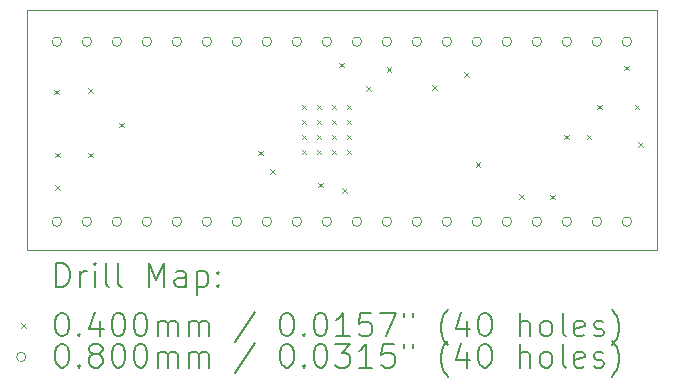
<source format=gbr>
%FSLAX45Y45*%
G04 Gerber Fmt 4.5, Leading zero omitted, Abs format (unit mm)*
G04 Created by KiCad (PCBNEW 6.0.2) date 2022-04-10 11:44:06*
%MOMM*%
%LPD*%
G01*
G04 APERTURE LIST*
%TA.AperFunction,Profile*%
%ADD10C,0.100000*%
%TD*%
%ADD11C,0.200000*%
%ADD12C,0.040000*%
%ADD13C,0.080000*%
G04 APERTURE END LIST*
D10*
X6096000Y-7874000D02*
X11430000Y-7874000D01*
X11430000Y-9906000D02*
X6096000Y-9906000D01*
X6096000Y-7874000D02*
X6096000Y-9906000D01*
X11430000Y-9906000D02*
X11430000Y-7874000D01*
D11*
D12*
X6330000Y-8552500D02*
X6370000Y-8592500D01*
X6370000Y-8552500D02*
X6330000Y-8592500D01*
X6335080Y-9360220D02*
X6375080Y-9400220D01*
X6375080Y-9360220D02*
X6335080Y-9400220D01*
X6337620Y-9085900D02*
X6377620Y-9125900D01*
X6377620Y-9085900D02*
X6337620Y-9125900D01*
X6614480Y-8539800D02*
X6654480Y-8579800D01*
X6654480Y-8539800D02*
X6614480Y-8579800D01*
X6617020Y-9085900D02*
X6657020Y-9125900D01*
X6657020Y-9085900D02*
X6617020Y-9125900D01*
X6878640Y-8831900D02*
X6918640Y-8871900D01*
X6918640Y-8831900D02*
X6878640Y-8871900D01*
X8057200Y-9067450D02*
X8097200Y-9107450D01*
X8097200Y-9067450D02*
X8057200Y-9107450D01*
X8158800Y-9225600D02*
X8198800Y-9265600D01*
X8198800Y-9225600D02*
X8158800Y-9265600D01*
X8425500Y-8679500D02*
X8465500Y-8719500D01*
X8465500Y-8679500D02*
X8425500Y-8719500D01*
X8425500Y-8806500D02*
X8465500Y-8846500D01*
X8465500Y-8806500D02*
X8425500Y-8846500D01*
X8425500Y-8933500D02*
X8465500Y-8973500D01*
X8465500Y-8933500D02*
X8425500Y-8973500D01*
X8425500Y-9060500D02*
X8465500Y-9100500D01*
X8465500Y-9060500D02*
X8425500Y-9100500D01*
X8552500Y-8679500D02*
X8592500Y-8719500D01*
X8592500Y-8679500D02*
X8552500Y-8719500D01*
X8552500Y-8806500D02*
X8592500Y-8846500D01*
X8592500Y-8806500D02*
X8552500Y-8846500D01*
X8552500Y-8933500D02*
X8592500Y-8973500D01*
X8592500Y-8933500D02*
X8552500Y-8973500D01*
X8552500Y-9060500D02*
X8592500Y-9100500D01*
X8592500Y-9060500D02*
X8552500Y-9100500D01*
X8565200Y-9339900D02*
X8605200Y-9379900D01*
X8605200Y-9339900D02*
X8565200Y-9379900D01*
X8679500Y-8679500D02*
X8719500Y-8719500D01*
X8719500Y-8679500D02*
X8679500Y-8719500D01*
X8679500Y-8806500D02*
X8719500Y-8846500D01*
X8719500Y-8806500D02*
X8679500Y-8846500D01*
X8679500Y-8933500D02*
X8719500Y-8973500D01*
X8719500Y-8933500D02*
X8679500Y-8973500D01*
X8679500Y-9060500D02*
X8719500Y-9100500D01*
X8719500Y-9060500D02*
X8679500Y-9100500D01*
X8742498Y-8323398D02*
X8782498Y-8363398D01*
X8782498Y-8323398D02*
X8742498Y-8363398D01*
X8768400Y-9388160D02*
X8808400Y-9428160D01*
X8808400Y-9388160D02*
X8768400Y-9428160D01*
X8806500Y-8679500D02*
X8846500Y-8719500D01*
X8846500Y-8679500D02*
X8806500Y-8719500D01*
X8806500Y-8806500D02*
X8846500Y-8846500D01*
X8846500Y-8806500D02*
X8806500Y-8846500D01*
X8806500Y-8933500D02*
X8846500Y-8973500D01*
X8846500Y-8933500D02*
X8806500Y-8973500D01*
X8806500Y-9060500D02*
X8846500Y-9100500D01*
X8846500Y-9060500D02*
X8806500Y-9100500D01*
X8971600Y-8522550D02*
X9011600Y-8562550D01*
X9011600Y-8522550D02*
X8971600Y-8562550D01*
X9144320Y-8359666D02*
X9184320Y-8399666D01*
X9184320Y-8359666D02*
X9144320Y-8399666D01*
X9530400Y-8514400D02*
X9570400Y-8554400D01*
X9570400Y-8514400D02*
X9530400Y-8554400D01*
X9799640Y-8405180D02*
X9839640Y-8445180D01*
X9839640Y-8405180D02*
X9799640Y-8445180D01*
X9898700Y-9167450D02*
X9938700Y-9207450D01*
X9938700Y-9167450D02*
X9898700Y-9207450D01*
X10264460Y-9436420D02*
X10304460Y-9476420D01*
X10304460Y-9436420D02*
X10264460Y-9476420D01*
X10528620Y-9441500D02*
X10568620Y-9481500D01*
X10568620Y-9441500D02*
X10528620Y-9481500D01*
X10648000Y-8933500D02*
X10688000Y-8973500D01*
X10688000Y-8933500D02*
X10648000Y-8973500D01*
X10838500Y-8933500D02*
X10878500Y-8973500D01*
X10878500Y-8933500D02*
X10838500Y-8973500D01*
X10927400Y-8679500D02*
X10967400Y-8719500D01*
X10967400Y-8679500D02*
X10927400Y-8719500D01*
X11158540Y-8349300D02*
X11198540Y-8389300D01*
X11198540Y-8349300D02*
X11158540Y-8389300D01*
X11244900Y-8679500D02*
X11284900Y-8719500D01*
X11284900Y-8679500D02*
X11244900Y-8719500D01*
X11272840Y-8999540D02*
X11312840Y-9039540D01*
X11312840Y-8999540D02*
X11272840Y-9039540D01*
D13*
X6392540Y-8145780D02*
G75*
G03*
X6392540Y-8145780I-40000J0D01*
G01*
X6392540Y-9669780D02*
G75*
G03*
X6392540Y-9669780I-40000J0D01*
G01*
X6646540Y-8145780D02*
G75*
G03*
X6646540Y-8145780I-40000J0D01*
G01*
X6646540Y-9669780D02*
G75*
G03*
X6646540Y-9669780I-40000J0D01*
G01*
X6900540Y-8145780D02*
G75*
G03*
X6900540Y-8145780I-40000J0D01*
G01*
X6900540Y-9669780D02*
G75*
G03*
X6900540Y-9669780I-40000J0D01*
G01*
X7154540Y-8145780D02*
G75*
G03*
X7154540Y-8145780I-40000J0D01*
G01*
X7154540Y-9669780D02*
G75*
G03*
X7154540Y-9669780I-40000J0D01*
G01*
X7408540Y-8145780D02*
G75*
G03*
X7408540Y-8145780I-40000J0D01*
G01*
X7408540Y-9669780D02*
G75*
G03*
X7408540Y-9669780I-40000J0D01*
G01*
X7662540Y-8145780D02*
G75*
G03*
X7662540Y-8145780I-40000J0D01*
G01*
X7662540Y-9669780D02*
G75*
G03*
X7662540Y-9669780I-40000J0D01*
G01*
X7916540Y-8145780D02*
G75*
G03*
X7916540Y-8145780I-40000J0D01*
G01*
X7916540Y-9669780D02*
G75*
G03*
X7916540Y-9669780I-40000J0D01*
G01*
X8170540Y-8145780D02*
G75*
G03*
X8170540Y-8145780I-40000J0D01*
G01*
X8170540Y-9669780D02*
G75*
G03*
X8170540Y-9669780I-40000J0D01*
G01*
X8424540Y-8145780D02*
G75*
G03*
X8424540Y-8145780I-40000J0D01*
G01*
X8424540Y-9669780D02*
G75*
G03*
X8424540Y-9669780I-40000J0D01*
G01*
X8678540Y-8145780D02*
G75*
G03*
X8678540Y-8145780I-40000J0D01*
G01*
X8678540Y-9669780D02*
G75*
G03*
X8678540Y-9669780I-40000J0D01*
G01*
X8932540Y-8145780D02*
G75*
G03*
X8932540Y-8145780I-40000J0D01*
G01*
X8932540Y-9669780D02*
G75*
G03*
X8932540Y-9669780I-40000J0D01*
G01*
X9186540Y-8145780D02*
G75*
G03*
X9186540Y-8145780I-40000J0D01*
G01*
X9186540Y-9669780D02*
G75*
G03*
X9186540Y-9669780I-40000J0D01*
G01*
X9440540Y-8145780D02*
G75*
G03*
X9440540Y-8145780I-40000J0D01*
G01*
X9440540Y-9669780D02*
G75*
G03*
X9440540Y-9669780I-40000J0D01*
G01*
X9694540Y-8145780D02*
G75*
G03*
X9694540Y-8145780I-40000J0D01*
G01*
X9694540Y-9669780D02*
G75*
G03*
X9694540Y-9669780I-40000J0D01*
G01*
X9948540Y-8145780D02*
G75*
G03*
X9948540Y-8145780I-40000J0D01*
G01*
X9948540Y-9669780D02*
G75*
G03*
X9948540Y-9669780I-40000J0D01*
G01*
X10202540Y-8145780D02*
G75*
G03*
X10202540Y-8145780I-40000J0D01*
G01*
X10202540Y-9669780D02*
G75*
G03*
X10202540Y-9669780I-40000J0D01*
G01*
X10456540Y-8145780D02*
G75*
G03*
X10456540Y-8145780I-40000J0D01*
G01*
X10456540Y-9669780D02*
G75*
G03*
X10456540Y-9669780I-40000J0D01*
G01*
X10710540Y-8145780D02*
G75*
G03*
X10710540Y-8145780I-40000J0D01*
G01*
X10710540Y-9669780D02*
G75*
G03*
X10710540Y-9669780I-40000J0D01*
G01*
X10964540Y-8145780D02*
G75*
G03*
X10964540Y-8145780I-40000J0D01*
G01*
X10964540Y-9669780D02*
G75*
G03*
X10964540Y-9669780I-40000J0D01*
G01*
X11218540Y-8145780D02*
G75*
G03*
X11218540Y-8145780I-40000J0D01*
G01*
X11218540Y-9669780D02*
G75*
G03*
X11218540Y-9669780I-40000J0D01*
G01*
D11*
X6348619Y-10221476D02*
X6348619Y-10021476D01*
X6396238Y-10021476D01*
X6424809Y-10031000D01*
X6443857Y-10050048D01*
X6453381Y-10069095D01*
X6462905Y-10107190D01*
X6462905Y-10135762D01*
X6453381Y-10173857D01*
X6443857Y-10192905D01*
X6424809Y-10211952D01*
X6396238Y-10221476D01*
X6348619Y-10221476D01*
X6548619Y-10221476D02*
X6548619Y-10088143D01*
X6548619Y-10126238D02*
X6558143Y-10107190D01*
X6567667Y-10097667D01*
X6586714Y-10088143D01*
X6605762Y-10088143D01*
X6672428Y-10221476D02*
X6672428Y-10088143D01*
X6672428Y-10021476D02*
X6662905Y-10031000D01*
X6672428Y-10040524D01*
X6681952Y-10031000D01*
X6672428Y-10021476D01*
X6672428Y-10040524D01*
X6796238Y-10221476D02*
X6777190Y-10211952D01*
X6767667Y-10192905D01*
X6767667Y-10021476D01*
X6901000Y-10221476D02*
X6881952Y-10211952D01*
X6872428Y-10192905D01*
X6872428Y-10021476D01*
X7129571Y-10221476D02*
X7129571Y-10021476D01*
X7196238Y-10164333D01*
X7262905Y-10021476D01*
X7262905Y-10221476D01*
X7443857Y-10221476D02*
X7443857Y-10116714D01*
X7434333Y-10097667D01*
X7415286Y-10088143D01*
X7377190Y-10088143D01*
X7358143Y-10097667D01*
X7443857Y-10211952D02*
X7424809Y-10221476D01*
X7377190Y-10221476D01*
X7358143Y-10211952D01*
X7348619Y-10192905D01*
X7348619Y-10173857D01*
X7358143Y-10154810D01*
X7377190Y-10145286D01*
X7424809Y-10145286D01*
X7443857Y-10135762D01*
X7539095Y-10088143D02*
X7539095Y-10288143D01*
X7539095Y-10097667D02*
X7558143Y-10088143D01*
X7596238Y-10088143D01*
X7615286Y-10097667D01*
X7624809Y-10107190D01*
X7634333Y-10126238D01*
X7634333Y-10183381D01*
X7624809Y-10202429D01*
X7615286Y-10211952D01*
X7596238Y-10221476D01*
X7558143Y-10221476D01*
X7539095Y-10211952D01*
X7720048Y-10202429D02*
X7729571Y-10211952D01*
X7720048Y-10221476D01*
X7710524Y-10211952D01*
X7720048Y-10202429D01*
X7720048Y-10221476D01*
X7720048Y-10097667D02*
X7729571Y-10107190D01*
X7720048Y-10116714D01*
X7710524Y-10107190D01*
X7720048Y-10097667D01*
X7720048Y-10116714D01*
D12*
X6051000Y-10531000D02*
X6091000Y-10571000D01*
X6091000Y-10531000D02*
X6051000Y-10571000D01*
D11*
X6386714Y-10441476D02*
X6405762Y-10441476D01*
X6424809Y-10451000D01*
X6434333Y-10460524D01*
X6443857Y-10479571D01*
X6453381Y-10517667D01*
X6453381Y-10565286D01*
X6443857Y-10603381D01*
X6434333Y-10622429D01*
X6424809Y-10631952D01*
X6405762Y-10641476D01*
X6386714Y-10641476D01*
X6367667Y-10631952D01*
X6358143Y-10622429D01*
X6348619Y-10603381D01*
X6339095Y-10565286D01*
X6339095Y-10517667D01*
X6348619Y-10479571D01*
X6358143Y-10460524D01*
X6367667Y-10451000D01*
X6386714Y-10441476D01*
X6539095Y-10622429D02*
X6548619Y-10631952D01*
X6539095Y-10641476D01*
X6529571Y-10631952D01*
X6539095Y-10622429D01*
X6539095Y-10641476D01*
X6720048Y-10508143D02*
X6720048Y-10641476D01*
X6672428Y-10431952D02*
X6624809Y-10574810D01*
X6748619Y-10574810D01*
X6862905Y-10441476D02*
X6881952Y-10441476D01*
X6901000Y-10451000D01*
X6910524Y-10460524D01*
X6920048Y-10479571D01*
X6929571Y-10517667D01*
X6929571Y-10565286D01*
X6920048Y-10603381D01*
X6910524Y-10622429D01*
X6901000Y-10631952D01*
X6881952Y-10641476D01*
X6862905Y-10641476D01*
X6843857Y-10631952D01*
X6834333Y-10622429D01*
X6824809Y-10603381D01*
X6815286Y-10565286D01*
X6815286Y-10517667D01*
X6824809Y-10479571D01*
X6834333Y-10460524D01*
X6843857Y-10451000D01*
X6862905Y-10441476D01*
X7053381Y-10441476D02*
X7072428Y-10441476D01*
X7091476Y-10451000D01*
X7101000Y-10460524D01*
X7110524Y-10479571D01*
X7120048Y-10517667D01*
X7120048Y-10565286D01*
X7110524Y-10603381D01*
X7101000Y-10622429D01*
X7091476Y-10631952D01*
X7072428Y-10641476D01*
X7053381Y-10641476D01*
X7034333Y-10631952D01*
X7024809Y-10622429D01*
X7015286Y-10603381D01*
X7005762Y-10565286D01*
X7005762Y-10517667D01*
X7015286Y-10479571D01*
X7024809Y-10460524D01*
X7034333Y-10451000D01*
X7053381Y-10441476D01*
X7205762Y-10641476D02*
X7205762Y-10508143D01*
X7205762Y-10527190D02*
X7215286Y-10517667D01*
X7234333Y-10508143D01*
X7262905Y-10508143D01*
X7281952Y-10517667D01*
X7291476Y-10536714D01*
X7291476Y-10641476D01*
X7291476Y-10536714D02*
X7301000Y-10517667D01*
X7320048Y-10508143D01*
X7348619Y-10508143D01*
X7367667Y-10517667D01*
X7377190Y-10536714D01*
X7377190Y-10641476D01*
X7472428Y-10641476D02*
X7472428Y-10508143D01*
X7472428Y-10527190D02*
X7481952Y-10517667D01*
X7501000Y-10508143D01*
X7529571Y-10508143D01*
X7548619Y-10517667D01*
X7558143Y-10536714D01*
X7558143Y-10641476D01*
X7558143Y-10536714D02*
X7567667Y-10517667D01*
X7586714Y-10508143D01*
X7615286Y-10508143D01*
X7634333Y-10517667D01*
X7643857Y-10536714D01*
X7643857Y-10641476D01*
X8034333Y-10431952D02*
X7862905Y-10689095D01*
X8291476Y-10441476D02*
X8310524Y-10441476D01*
X8329571Y-10451000D01*
X8339095Y-10460524D01*
X8348619Y-10479571D01*
X8358143Y-10517667D01*
X8358143Y-10565286D01*
X8348619Y-10603381D01*
X8339095Y-10622429D01*
X8329571Y-10631952D01*
X8310524Y-10641476D01*
X8291476Y-10641476D01*
X8272428Y-10631952D01*
X8262905Y-10622429D01*
X8253381Y-10603381D01*
X8243857Y-10565286D01*
X8243857Y-10517667D01*
X8253381Y-10479571D01*
X8262905Y-10460524D01*
X8272428Y-10451000D01*
X8291476Y-10441476D01*
X8443857Y-10622429D02*
X8453381Y-10631952D01*
X8443857Y-10641476D01*
X8434333Y-10631952D01*
X8443857Y-10622429D01*
X8443857Y-10641476D01*
X8577190Y-10441476D02*
X8596238Y-10441476D01*
X8615286Y-10451000D01*
X8624810Y-10460524D01*
X8634333Y-10479571D01*
X8643857Y-10517667D01*
X8643857Y-10565286D01*
X8634333Y-10603381D01*
X8624810Y-10622429D01*
X8615286Y-10631952D01*
X8596238Y-10641476D01*
X8577190Y-10641476D01*
X8558143Y-10631952D01*
X8548619Y-10622429D01*
X8539095Y-10603381D01*
X8529571Y-10565286D01*
X8529571Y-10517667D01*
X8539095Y-10479571D01*
X8548619Y-10460524D01*
X8558143Y-10451000D01*
X8577190Y-10441476D01*
X8834333Y-10641476D02*
X8720048Y-10641476D01*
X8777190Y-10641476D02*
X8777190Y-10441476D01*
X8758143Y-10470048D01*
X8739095Y-10489095D01*
X8720048Y-10498619D01*
X9015286Y-10441476D02*
X8920048Y-10441476D01*
X8910524Y-10536714D01*
X8920048Y-10527190D01*
X8939095Y-10517667D01*
X8986714Y-10517667D01*
X9005762Y-10527190D01*
X9015286Y-10536714D01*
X9024810Y-10555762D01*
X9024810Y-10603381D01*
X9015286Y-10622429D01*
X9005762Y-10631952D01*
X8986714Y-10641476D01*
X8939095Y-10641476D01*
X8920048Y-10631952D01*
X8910524Y-10622429D01*
X9091476Y-10441476D02*
X9224810Y-10441476D01*
X9139095Y-10641476D01*
X9291476Y-10441476D02*
X9291476Y-10479571D01*
X9367667Y-10441476D02*
X9367667Y-10479571D01*
X9662905Y-10717667D02*
X9653381Y-10708143D01*
X9634333Y-10679571D01*
X9624810Y-10660524D01*
X9615286Y-10631952D01*
X9605762Y-10584333D01*
X9605762Y-10546238D01*
X9615286Y-10498619D01*
X9624810Y-10470048D01*
X9634333Y-10451000D01*
X9653381Y-10422429D01*
X9662905Y-10412905D01*
X9824810Y-10508143D02*
X9824810Y-10641476D01*
X9777190Y-10431952D02*
X9729571Y-10574810D01*
X9853381Y-10574810D01*
X9967667Y-10441476D02*
X9986714Y-10441476D01*
X10005762Y-10451000D01*
X10015286Y-10460524D01*
X10024810Y-10479571D01*
X10034333Y-10517667D01*
X10034333Y-10565286D01*
X10024810Y-10603381D01*
X10015286Y-10622429D01*
X10005762Y-10631952D01*
X9986714Y-10641476D01*
X9967667Y-10641476D01*
X9948619Y-10631952D01*
X9939095Y-10622429D01*
X9929571Y-10603381D01*
X9920048Y-10565286D01*
X9920048Y-10517667D01*
X9929571Y-10479571D01*
X9939095Y-10460524D01*
X9948619Y-10451000D01*
X9967667Y-10441476D01*
X10272429Y-10641476D02*
X10272429Y-10441476D01*
X10358143Y-10641476D02*
X10358143Y-10536714D01*
X10348619Y-10517667D01*
X10329571Y-10508143D01*
X10301000Y-10508143D01*
X10281952Y-10517667D01*
X10272429Y-10527190D01*
X10481952Y-10641476D02*
X10462905Y-10631952D01*
X10453381Y-10622429D01*
X10443857Y-10603381D01*
X10443857Y-10546238D01*
X10453381Y-10527190D01*
X10462905Y-10517667D01*
X10481952Y-10508143D01*
X10510524Y-10508143D01*
X10529571Y-10517667D01*
X10539095Y-10527190D01*
X10548619Y-10546238D01*
X10548619Y-10603381D01*
X10539095Y-10622429D01*
X10529571Y-10631952D01*
X10510524Y-10641476D01*
X10481952Y-10641476D01*
X10662905Y-10641476D02*
X10643857Y-10631952D01*
X10634333Y-10612905D01*
X10634333Y-10441476D01*
X10815286Y-10631952D02*
X10796238Y-10641476D01*
X10758143Y-10641476D01*
X10739095Y-10631952D01*
X10729571Y-10612905D01*
X10729571Y-10536714D01*
X10739095Y-10517667D01*
X10758143Y-10508143D01*
X10796238Y-10508143D01*
X10815286Y-10517667D01*
X10824810Y-10536714D01*
X10824810Y-10555762D01*
X10729571Y-10574810D01*
X10901000Y-10631952D02*
X10920048Y-10641476D01*
X10958143Y-10641476D01*
X10977190Y-10631952D01*
X10986714Y-10612905D01*
X10986714Y-10603381D01*
X10977190Y-10584333D01*
X10958143Y-10574810D01*
X10929571Y-10574810D01*
X10910524Y-10565286D01*
X10901000Y-10546238D01*
X10901000Y-10536714D01*
X10910524Y-10517667D01*
X10929571Y-10508143D01*
X10958143Y-10508143D01*
X10977190Y-10517667D01*
X11053381Y-10717667D02*
X11062905Y-10708143D01*
X11081952Y-10679571D01*
X11091476Y-10660524D01*
X11101000Y-10631952D01*
X11110524Y-10584333D01*
X11110524Y-10546238D01*
X11101000Y-10498619D01*
X11091476Y-10470048D01*
X11081952Y-10451000D01*
X11062905Y-10422429D01*
X11053381Y-10412905D01*
D13*
X6091000Y-10815000D02*
G75*
G03*
X6091000Y-10815000I-40000J0D01*
G01*
D11*
X6386714Y-10705476D02*
X6405762Y-10705476D01*
X6424809Y-10715000D01*
X6434333Y-10724524D01*
X6443857Y-10743571D01*
X6453381Y-10781667D01*
X6453381Y-10829286D01*
X6443857Y-10867381D01*
X6434333Y-10886429D01*
X6424809Y-10895952D01*
X6405762Y-10905476D01*
X6386714Y-10905476D01*
X6367667Y-10895952D01*
X6358143Y-10886429D01*
X6348619Y-10867381D01*
X6339095Y-10829286D01*
X6339095Y-10781667D01*
X6348619Y-10743571D01*
X6358143Y-10724524D01*
X6367667Y-10715000D01*
X6386714Y-10705476D01*
X6539095Y-10886429D02*
X6548619Y-10895952D01*
X6539095Y-10905476D01*
X6529571Y-10895952D01*
X6539095Y-10886429D01*
X6539095Y-10905476D01*
X6662905Y-10791190D02*
X6643857Y-10781667D01*
X6634333Y-10772143D01*
X6624809Y-10753095D01*
X6624809Y-10743571D01*
X6634333Y-10724524D01*
X6643857Y-10715000D01*
X6662905Y-10705476D01*
X6701000Y-10705476D01*
X6720048Y-10715000D01*
X6729571Y-10724524D01*
X6739095Y-10743571D01*
X6739095Y-10753095D01*
X6729571Y-10772143D01*
X6720048Y-10781667D01*
X6701000Y-10791190D01*
X6662905Y-10791190D01*
X6643857Y-10800714D01*
X6634333Y-10810238D01*
X6624809Y-10829286D01*
X6624809Y-10867381D01*
X6634333Y-10886429D01*
X6643857Y-10895952D01*
X6662905Y-10905476D01*
X6701000Y-10905476D01*
X6720048Y-10895952D01*
X6729571Y-10886429D01*
X6739095Y-10867381D01*
X6739095Y-10829286D01*
X6729571Y-10810238D01*
X6720048Y-10800714D01*
X6701000Y-10791190D01*
X6862905Y-10705476D02*
X6881952Y-10705476D01*
X6901000Y-10715000D01*
X6910524Y-10724524D01*
X6920048Y-10743571D01*
X6929571Y-10781667D01*
X6929571Y-10829286D01*
X6920048Y-10867381D01*
X6910524Y-10886429D01*
X6901000Y-10895952D01*
X6881952Y-10905476D01*
X6862905Y-10905476D01*
X6843857Y-10895952D01*
X6834333Y-10886429D01*
X6824809Y-10867381D01*
X6815286Y-10829286D01*
X6815286Y-10781667D01*
X6824809Y-10743571D01*
X6834333Y-10724524D01*
X6843857Y-10715000D01*
X6862905Y-10705476D01*
X7053381Y-10705476D02*
X7072428Y-10705476D01*
X7091476Y-10715000D01*
X7101000Y-10724524D01*
X7110524Y-10743571D01*
X7120048Y-10781667D01*
X7120048Y-10829286D01*
X7110524Y-10867381D01*
X7101000Y-10886429D01*
X7091476Y-10895952D01*
X7072428Y-10905476D01*
X7053381Y-10905476D01*
X7034333Y-10895952D01*
X7024809Y-10886429D01*
X7015286Y-10867381D01*
X7005762Y-10829286D01*
X7005762Y-10781667D01*
X7015286Y-10743571D01*
X7024809Y-10724524D01*
X7034333Y-10715000D01*
X7053381Y-10705476D01*
X7205762Y-10905476D02*
X7205762Y-10772143D01*
X7205762Y-10791190D02*
X7215286Y-10781667D01*
X7234333Y-10772143D01*
X7262905Y-10772143D01*
X7281952Y-10781667D01*
X7291476Y-10800714D01*
X7291476Y-10905476D01*
X7291476Y-10800714D02*
X7301000Y-10781667D01*
X7320048Y-10772143D01*
X7348619Y-10772143D01*
X7367667Y-10781667D01*
X7377190Y-10800714D01*
X7377190Y-10905476D01*
X7472428Y-10905476D02*
X7472428Y-10772143D01*
X7472428Y-10791190D02*
X7481952Y-10781667D01*
X7501000Y-10772143D01*
X7529571Y-10772143D01*
X7548619Y-10781667D01*
X7558143Y-10800714D01*
X7558143Y-10905476D01*
X7558143Y-10800714D02*
X7567667Y-10781667D01*
X7586714Y-10772143D01*
X7615286Y-10772143D01*
X7634333Y-10781667D01*
X7643857Y-10800714D01*
X7643857Y-10905476D01*
X8034333Y-10695952D02*
X7862905Y-10953095D01*
X8291476Y-10705476D02*
X8310524Y-10705476D01*
X8329571Y-10715000D01*
X8339095Y-10724524D01*
X8348619Y-10743571D01*
X8358143Y-10781667D01*
X8358143Y-10829286D01*
X8348619Y-10867381D01*
X8339095Y-10886429D01*
X8329571Y-10895952D01*
X8310524Y-10905476D01*
X8291476Y-10905476D01*
X8272428Y-10895952D01*
X8262905Y-10886429D01*
X8253381Y-10867381D01*
X8243857Y-10829286D01*
X8243857Y-10781667D01*
X8253381Y-10743571D01*
X8262905Y-10724524D01*
X8272428Y-10715000D01*
X8291476Y-10705476D01*
X8443857Y-10886429D02*
X8453381Y-10895952D01*
X8443857Y-10905476D01*
X8434333Y-10895952D01*
X8443857Y-10886429D01*
X8443857Y-10905476D01*
X8577190Y-10705476D02*
X8596238Y-10705476D01*
X8615286Y-10715000D01*
X8624810Y-10724524D01*
X8634333Y-10743571D01*
X8643857Y-10781667D01*
X8643857Y-10829286D01*
X8634333Y-10867381D01*
X8624810Y-10886429D01*
X8615286Y-10895952D01*
X8596238Y-10905476D01*
X8577190Y-10905476D01*
X8558143Y-10895952D01*
X8548619Y-10886429D01*
X8539095Y-10867381D01*
X8529571Y-10829286D01*
X8529571Y-10781667D01*
X8539095Y-10743571D01*
X8548619Y-10724524D01*
X8558143Y-10715000D01*
X8577190Y-10705476D01*
X8710524Y-10705476D02*
X8834333Y-10705476D01*
X8767667Y-10781667D01*
X8796238Y-10781667D01*
X8815286Y-10791190D01*
X8824810Y-10800714D01*
X8834333Y-10819762D01*
X8834333Y-10867381D01*
X8824810Y-10886429D01*
X8815286Y-10895952D01*
X8796238Y-10905476D01*
X8739095Y-10905476D01*
X8720048Y-10895952D01*
X8710524Y-10886429D01*
X9024810Y-10905476D02*
X8910524Y-10905476D01*
X8967667Y-10905476D02*
X8967667Y-10705476D01*
X8948619Y-10734048D01*
X8929571Y-10753095D01*
X8910524Y-10762619D01*
X9205762Y-10705476D02*
X9110524Y-10705476D01*
X9101000Y-10800714D01*
X9110524Y-10791190D01*
X9129571Y-10781667D01*
X9177190Y-10781667D01*
X9196238Y-10791190D01*
X9205762Y-10800714D01*
X9215286Y-10819762D01*
X9215286Y-10867381D01*
X9205762Y-10886429D01*
X9196238Y-10895952D01*
X9177190Y-10905476D01*
X9129571Y-10905476D01*
X9110524Y-10895952D01*
X9101000Y-10886429D01*
X9291476Y-10705476D02*
X9291476Y-10743571D01*
X9367667Y-10705476D02*
X9367667Y-10743571D01*
X9662905Y-10981667D02*
X9653381Y-10972143D01*
X9634333Y-10943571D01*
X9624810Y-10924524D01*
X9615286Y-10895952D01*
X9605762Y-10848333D01*
X9605762Y-10810238D01*
X9615286Y-10762619D01*
X9624810Y-10734048D01*
X9634333Y-10715000D01*
X9653381Y-10686429D01*
X9662905Y-10676905D01*
X9824810Y-10772143D02*
X9824810Y-10905476D01*
X9777190Y-10695952D02*
X9729571Y-10838810D01*
X9853381Y-10838810D01*
X9967667Y-10705476D02*
X9986714Y-10705476D01*
X10005762Y-10715000D01*
X10015286Y-10724524D01*
X10024810Y-10743571D01*
X10034333Y-10781667D01*
X10034333Y-10829286D01*
X10024810Y-10867381D01*
X10015286Y-10886429D01*
X10005762Y-10895952D01*
X9986714Y-10905476D01*
X9967667Y-10905476D01*
X9948619Y-10895952D01*
X9939095Y-10886429D01*
X9929571Y-10867381D01*
X9920048Y-10829286D01*
X9920048Y-10781667D01*
X9929571Y-10743571D01*
X9939095Y-10724524D01*
X9948619Y-10715000D01*
X9967667Y-10705476D01*
X10272429Y-10905476D02*
X10272429Y-10705476D01*
X10358143Y-10905476D02*
X10358143Y-10800714D01*
X10348619Y-10781667D01*
X10329571Y-10772143D01*
X10301000Y-10772143D01*
X10281952Y-10781667D01*
X10272429Y-10791190D01*
X10481952Y-10905476D02*
X10462905Y-10895952D01*
X10453381Y-10886429D01*
X10443857Y-10867381D01*
X10443857Y-10810238D01*
X10453381Y-10791190D01*
X10462905Y-10781667D01*
X10481952Y-10772143D01*
X10510524Y-10772143D01*
X10529571Y-10781667D01*
X10539095Y-10791190D01*
X10548619Y-10810238D01*
X10548619Y-10867381D01*
X10539095Y-10886429D01*
X10529571Y-10895952D01*
X10510524Y-10905476D01*
X10481952Y-10905476D01*
X10662905Y-10905476D02*
X10643857Y-10895952D01*
X10634333Y-10876905D01*
X10634333Y-10705476D01*
X10815286Y-10895952D02*
X10796238Y-10905476D01*
X10758143Y-10905476D01*
X10739095Y-10895952D01*
X10729571Y-10876905D01*
X10729571Y-10800714D01*
X10739095Y-10781667D01*
X10758143Y-10772143D01*
X10796238Y-10772143D01*
X10815286Y-10781667D01*
X10824810Y-10800714D01*
X10824810Y-10819762D01*
X10729571Y-10838810D01*
X10901000Y-10895952D02*
X10920048Y-10905476D01*
X10958143Y-10905476D01*
X10977190Y-10895952D01*
X10986714Y-10876905D01*
X10986714Y-10867381D01*
X10977190Y-10848333D01*
X10958143Y-10838810D01*
X10929571Y-10838810D01*
X10910524Y-10829286D01*
X10901000Y-10810238D01*
X10901000Y-10800714D01*
X10910524Y-10781667D01*
X10929571Y-10772143D01*
X10958143Y-10772143D01*
X10977190Y-10781667D01*
X11053381Y-10981667D02*
X11062905Y-10972143D01*
X11081952Y-10943571D01*
X11091476Y-10924524D01*
X11101000Y-10895952D01*
X11110524Y-10848333D01*
X11110524Y-10810238D01*
X11101000Y-10762619D01*
X11091476Y-10734048D01*
X11081952Y-10715000D01*
X11062905Y-10686429D01*
X11053381Y-10676905D01*
M02*

</source>
